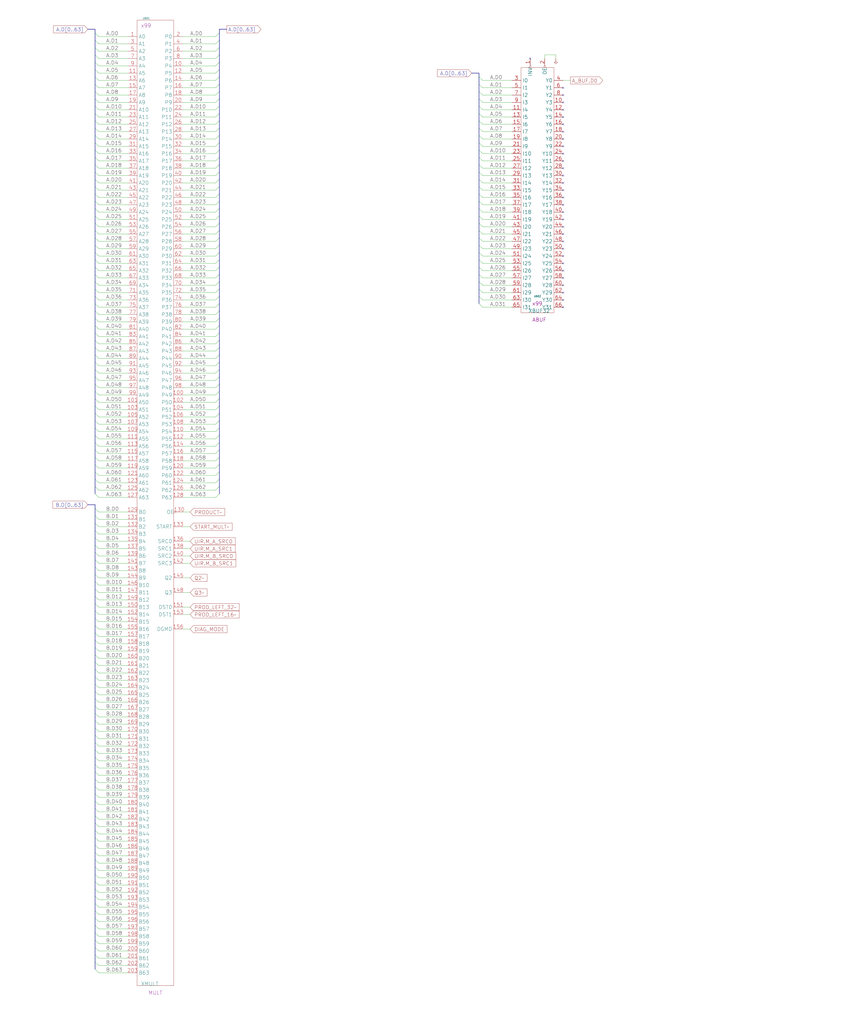
<source format=kicad_sch>
(kicad_sch (version 20230121) (generator eeschema)
  (paper "User" 584.2 711.2)
  (title_block (title "MULTIPLIER A INPUT LATCH") (date "22-MAR-90") (rev "1.0") (comment 1 "VALUE") (comment 2 "232-003063") (comment 3 "S400") (comment 4 "RELEASED"))
  (no_connect (at 391.16 187.96))
  (no_connect (at 391.16 86.36))
  (no_connect (at 391.16 116.84))
  (no_connect (at 391.16 167.64))
  (no_connect (at 391.16 213.36))
  (no_connect (at 391.16 193.04))
  (no_connect (at 391.16 182.88))
  (no_connect (at 391.16 198.12))
  (no_connect (at 391.16 157.48))
  (no_connect (at 391.16 76.2))
  (no_connect (at 391.16 162.56))
  (no_connect (at 391.16 132.08))
  (no_connect (at 391.16 208.28))
  (no_connect (at 391.16 121.92))
  (no_connect (at 391.16 66.04))
  (no_connect (at 391.16 142.24))
  (no_connect (at 391.16 60.96))
  (no_connect (at 391.16 81.28))
  (no_connect (at 391.16 91.44))
  (no_connect (at 391.16 147.32))
  (no_connect (at 391.16 106.68))
  (no_connect (at 368.3 40.64))
  (no_connect (at 391.16 101.6))
  (no_connect (at 391.16 111.76))
  (no_connect (at 391.16 172.72))
  (no_connect (at 391.16 137.16))
  (no_connect (at 391.16 96.52))
  (no_connect (at 391.16 203.2))
  (no_connect (at 391.16 71.12))
  (no_connect (at 391.16 152.4))
  (no_connect (at 391.16 127))
  (no_connect (at 391.16 177.8))
  (bus_entry (at 332.74 93.98) (size 2.54 2.54))
  (bus_entry (at 332.74 114.3) (size 2.54 2.54))
  (bus_entry (at 66.04 368.3) (size 2.54 2.54))
  (bus_entry (at 66.04 596.9) (size 2.54 2.54))
  (bus_entry (at 66.04 175.26) (size 2.54 2.54))
  (bus_entry (at 66.04 449.58) (size 2.54 2.54))
  (bus_entry (at 152.4 185.42) (size -2.54 2.54))
  (bus_entry (at 152.4 99.06) (size -2.54 2.54))
  (bus_entry (at 66.04 464.82) (size 2.54 2.54))
  (bus_entry (at 332.74 53.34) (size 2.54 2.54))
  (bus_entry (at 66.04 541.02) (size 2.54 2.54))
  (bus_entry (at 66.04 444.5) (size 2.54 2.54))
  (bus_entry (at 152.4 271.78) (size -2.54 2.54))
  (bus_entry (at 332.74 134.62) (size 2.54 2.54))
  (bus_entry (at 66.04 566.42) (size 2.54 2.54))
  (bus_entry (at 332.74 119.38) (size 2.54 2.54))
  (bus_entry (at 66.04 99.06) (size 2.54 2.54))
  (bus_entry (at 152.4 73.66) (size -2.54 2.54))
  (bus_entry (at 66.04 276.86) (size 2.54 2.54))
  (bus_entry (at 66.04 261.62) (size 2.54 2.54))
  (bus_entry (at 152.4 246.38) (size -2.54 2.54))
  (bus_entry (at 66.04 373.38) (size 2.54 2.54))
  (bus_entry (at 66.04 312.42) (size 2.54 2.54))
  (bus_entry (at 66.04 307.34) (size 2.54 2.54))
  (bus_entry (at 66.04 180.34) (size 2.54 2.54))
  (bus_entry (at 152.4 205.74) (size -2.54 2.54))
  (bus_entry (at 66.04 414.02) (size 2.54 2.54))
  (bus_entry (at 152.4 63.5) (size -2.54 2.54))
  (bus_entry (at 66.04 236.22) (size 2.54 2.54))
  (bus_entry (at 66.04 408.94) (size 2.54 2.54))
  (bus_entry (at 332.74 104.14) (size 2.54 2.54))
  (bus_entry (at 152.4 251.46) (size -2.54 2.54))
  (bus_entry (at 152.4 312.42) (size -2.54 2.54))
  (bus_entry (at 332.74 165.1) (size 2.54 2.54))
  (bus_entry (at 152.4 160.02) (size -2.54 2.54))
  (bus_entry (at 332.74 124.46) (size 2.54 2.54))
  (bus_entry (at 66.04 317.5) (size 2.54 2.54))
  (bus_entry (at 66.04 119.38) (size 2.54 2.54))
  (bus_entry (at 66.04 515.62) (size 2.54 2.54))
  (bus_entry (at 66.04 195.58) (size 2.54 2.54))
  (bus_entry (at 66.04 642.62) (size 2.54 2.54))
  (bus_entry (at 66.04 591.82) (size 2.54 2.54))
  (bus_entry (at 66.04 576.58) (size 2.54 2.54))
  (bus_entry (at 152.4 215.9) (size -2.54 2.54))
  (bus_entry (at 66.04 109.22) (size 2.54 2.54))
  (bus_entry (at 66.04 500.38) (size 2.54 2.54))
  (bus_entry (at 152.4 68.58) (size -2.54 2.54))
  (bus_entry (at 332.74 83.82) (size 2.54 2.54))
  (bus_entry (at 152.4 297.18) (size -2.54 2.54))
  (bus_entry (at 152.4 78.74) (size -2.54 2.54))
  (bus_entry (at 66.04 353.06) (size 2.54 2.54))
  (bus_entry (at 66.04 556.26) (size 2.54 2.54))
  (bus_entry (at 332.74 68.58) (size 2.54 2.54))
  (bus_entry (at 66.04 612.14) (size 2.54 2.54))
  (bus_entry (at 332.74 160.02) (size 2.54 2.54))
  (bus_entry (at 66.04 485.14) (size 2.54 2.54))
  (bus_entry (at 66.04 530.86) (size 2.54 2.54))
  (bus_entry (at 66.04 546.1) (size 2.54 2.54))
  (bus_entry (at 152.4 307.34) (size -2.54 2.54))
  (bus_entry (at 332.74 180.34) (size 2.54 2.54))
  (bus_entry (at 66.04 83.82) (size 2.54 2.54))
  (bus_entry (at 66.04 93.98) (size 2.54 2.54))
  (bus_entry (at 66.04 256.54) (size 2.54 2.54))
  (bus_entry (at 66.04 251.46) (size 2.54 2.54))
  (bus_entry (at 332.74 200.66) (size 2.54 2.54))
  (bus_entry (at 152.4 342.9) (size -2.54 2.54))
  (bus_entry (at 66.04 129.54) (size 2.54 2.54))
  (bus_entry (at 152.4 332.74) (size -2.54 2.54))
  (bus_entry (at 66.04 38.1) (size 2.54 2.54))
  (bus_entry (at 66.04 429.26) (size 2.54 2.54))
  (bus_entry (at 152.4 200.66) (size -2.54 2.54))
  (bus_entry (at 332.74 78.74) (size 2.54 2.54))
  (bus_entry (at 152.4 124.46) (size -2.54 2.54))
  (bus_entry (at 152.4 83.82) (size -2.54 2.54))
  (bus_entry (at 66.04 607.06) (size 2.54 2.54))
  (bus_entry (at 152.4 154.94) (size -2.54 2.54))
  (bus_entry (at 66.04 378.46) (size 2.54 2.54))
  (bus_entry (at 332.74 58.42) (size 2.54 2.54))
  (bus_entry (at 152.4 48.26) (size -2.54 2.54))
  (bus_entry (at 66.04 652.78) (size 2.54 2.54))
  (bus_entry (at 152.4 281.94) (size -2.54 2.54))
  (bus_entry (at 332.74 175.26) (size 2.54 2.54))
  (bus_entry (at 66.04 535.94) (size 2.54 2.54))
  (bus_entry (at 332.74 185.42) (size 2.54 2.54))
  (bus_entry (at 66.04 419.1) (size 2.54 2.54))
  (bus_entry (at 66.04 469.9) (size 2.54 2.54))
  (bus_entry (at 152.4 88.9) (size -2.54 2.54))
  (bus_entry (at 66.04 134.62) (size 2.54 2.54))
  (bus_entry (at 66.04 393.7) (size 2.54 2.54))
  (bus_entry (at 66.04 510.54) (size 2.54 2.54))
  (bus_entry (at 66.04 627.38) (size 2.54 2.54))
  (bus_entry (at 66.04 297.18) (size 2.54 2.54))
  (bus_entry (at 332.74 88.9) (size 2.54 2.54))
  (bus_entry (at 66.04 33.02) (size 2.54 2.54))
  (bus_entry (at 332.74 73.66) (size 2.54 2.54))
  (bus_entry (at 66.04 474.98) (size 2.54 2.54))
  (bus_entry (at 66.04 322.58) (size 2.54 2.54))
  (bus_entry (at 152.4 337.82) (size -2.54 2.54))
  (bus_entry (at 66.04 144.78) (size 2.54 2.54))
  (bus_entry (at 332.74 139.7) (size 2.54 2.54))
  (bus_entry (at 152.4 292.1) (size -2.54 2.54))
  (bus_entry (at 332.74 154.94) (size 2.54 2.54))
  (bus_entry (at 66.04 439.42) (size 2.54 2.54))
  (bus_entry (at 152.4 33.02) (size -2.54 2.54))
  (bus_entry (at 66.04 73.66) (size 2.54 2.54))
  (bus_entry (at 152.4 38.1) (size -2.54 2.54))
  (bus_entry (at 66.04 139.7) (size 2.54 2.54))
  (bus_entry (at 66.04 632.46) (size 2.54 2.54))
  (bus_entry (at 66.04 88.9) (size 2.54 2.54))
  (bus_entry (at 66.04 434.34) (size 2.54 2.54))
  (bus_entry (at 66.04 165.1) (size 2.54 2.54))
  (bus_entry (at 66.04 480.06) (size 2.54 2.54))
  (bus_entry (at 152.4 322.58) (size -2.54 2.54))
  (bus_entry (at 66.04 668.02) (size 2.54 2.54))
  (bus_entry (at 66.04 520.7) (size 2.54 2.54))
  (bus_entry (at 152.4 129.54) (size -2.54 2.54))
  (bus_entry (at 66.04 63.5) (size 2.54 2.54))
  (bus_entry (at 66.04 215.9) (size 2.54 2.54))
  (bus_entry (at 152.4 327.66) (size -2.54 2.54))
  (bus_entry (at 66.04 266.7) (size 2.54 2.54))
  (bus_entry (at 152.4 226.06) (size -2.54 2.54))
  (bus_entry (at 66.04 154.94) (size 2.54 2.54))
  (bus_entry (at 66.04 342.9) (size 2.54 2.54))
  (bus_entry (at 152.4 266.7) (size -2.54 2.54))
  (bus_entry (at 66.04 490.22) (size 2.54 2.54))
  (bus_entry (at 152.4 210.82) (size -2.54 2.54))
  (bus_entry (at 66.04 337.82) (size 2.54 2.54))
  (bus_entry (at 66.04 58.42) (size 2.54 2.54))
  (bus_entry (at 66.04 231.14) (size 2.54 2.54))
  (bus_entry (at 66.04 495.3) (size 2.54 2.54))
  (bus_entry (at 66.04 398.78) (size 2.54 2.54))
  (bus_entry (at 332.74 190.5) (size 2.54 2.54))
  (bus_entry (at 66.04 104.14) (size 2.54 2.54))
  (bus_entry (at 152.4 27.94) (size -2.54 2.54))
  (bus_entry (at 152.4 175.26) (size -2.54 2.54))
  (bus_entry (at 66.04 363.22) (size 2.54 2.54))
  (bus_entry (at 66.04 281.94) (size 2.54 2.54))
  (bus_entry (at 152.4 220.98) (size -2.54 2.54))
  (bus_entry (at 152.4 302.26) (size -2.54 2.54))
  (bus_entry (at 332.74 109.22) (size 2.54 2.54))
  (bus_entry (at 66.04 68.58) (size 2.54 2.54))
  (bus_entry (at 332.74 63.5) (size 2.54 2.54))
  (bus_entry (at 152.4 195.58) (size -2.54 2.54))
  (bus_entry (at 66.04 637.54) (size 2.54 2.54))
  (bus_entry (at 152.4 139.7) (size -2.54 2.54))
  (bus_entry (at 66.04 571.5) (size 2.54 2.54))
  (bus_entry (at 152.4 144.78) (size -2.54 2.54))
  (bus_entry (at 152.4 190.5) (size -2.54 2.54))
  (bus_entry (at 66.04 149.86) (size 2.54 2.54))
  (bus_entry (at 66.04 292.1) (size 2.54 2.54))
  (bus_entry (at 66.04 551.18) (size 2.54 2.54))
  (bus_entry (at 66.04 586.74) (size 2.54 2.54))
  (bus_entry (at 66.04 403.86) (size 2.54 2.54))
  (bus_entry (at 152.4 241.3) (size -2.54 2.54))
  (bus_entry (at 66.04 454.66) (size 2.54 2.54))
  (bus_entry (at 332.74 205.74) (size 2.54 2.54))
  (bus_entry (at 66.04 246.38) (size 2.54 2.54))
  (bus_entry (at 66.04 383.54) (size 2.54 2.54))
  (bus_entry (at 66.04 205.74) (size 2.54 2.54))
  (bus_entry (at 66.04 43.18) (size 2.54 2.54))
  (bus_entry (at 332.74 210.82) (size 2.54 2.54))
  (bus_entry (at 152.4 22.86) (size -2.54 2.54))
  (bus_entry (at 152.4 231.14) (size -2.54 2.54))
  (bus_entry (at 66.04 210.82) (size 2.54 2.54))
  (bus_entry (at 332.74 144.78) (size 2.54 2.54))
  (bus_entry (at 66.04 657.86) (size 2.54 2.54))
  (bus_entry (at 66.04 673.1) (size 2.54 2.54))
  (bus_entry (at 66.04 302.26) (size 2.54 2.54))
  (bus_entry (at 152.4 119.38) (size -2.54 2.54))
  (bus_entry (at 66.04 622.3) (size 2.54 2.54))
  (bus_entry (at 66.04 200.66) (size 2.54 2.54))
  (bus_entry (at 152.4 58.42) (size -2.54 2.54))
  (bus_entry (at 152.4 170.18) (size -2.54 2.54))
  (bus_entry (at 152.4 114.3) (size -2.54 2.54))
  (bus_entry (at 152.4 276.86) (size -2.54 2.54))
  (bus_entry (at 152.4 149.86) (size -2.54 2.54))
  (bus_entry (at 152.4 109.22) (size -2.54 2.54))
  (bus_entry (at 66.04 53.34) (size 2.54 2.54))
  (bus_entry (at 152.4 104.14) (size -2.54 2.54))
  (bus_entry (at 66.04 617.22) (size 2.54 2.54))
  (bus_entry (at 66.04 226.06) (size 2.54 2.54))
  (bus_entry (at 66.04 505.46) (size 2.54 2.54))
  (bus_entry (at 66.04 459.74) (size 2.54 2.54))
  (bus_entry (at 66.04 124.46) (size 2.54 2.54))
  (bus_entry (at 66.04 358.14) (size 2.54 2.54))
  (bus_entry (at 152.4 165.1) (size -2.54 2.54))
  (bus_entry (at 66.04 78.74) (size 2.54 2.54))
  (bus_entry (at 152.4 287.02) (size -2.54 2.54))
  (bus_entry (at 152.4 261.62) (size -2.54 2.54))
  (bus_entry (at 152.4 134.62) (size -2.54 2.54))
  (bus_entry (at 66.04 525.78) (size 2.54 2.54))
  (bus_entry (at 66.04 185.42) (size 2.54 2.54))
  (bus_entry (at 66.04 601.98) (size 2.54 2.54))
  (bus_entry (at 66.04 241.3) (size 2.54 2.54))
  (bus_entry (at 66.04 220.98) (size 2.54 2.54))
  (bus_entry (at 152.4 317.5) (size -2.54 2.54))
  (bus_entry (at 332.74 149.86) (size 2.54 2.54))
  (bus_entry (at 66.04 388.62) (size 2.54 2.54))
  (bus_entry (at 66.04 424.18) (size 2.54 2.54))
  (bus_entry (at 66.04 327.66) (size 2.54 2.54))
  (bus_entry (at 66.04 647.7) (size 2.54 2.54))
  (bus_entry (at 66.04 27.94) (size 2.54 2.54))
  (bus_entry (at 66.04 160.02) (size 2.54 2.54))
  (bus_entry (at 66.04 170.18) (size 2.54 2.54))
  (bus_entry (at 66.04 662.94) (size 2.54 2.54))
  (bus_entry (at 332.74 99.06) (size 2.54 2.54))
  (bus_entry (at 66.04 561.34) (size 2.54 2.54))
  (bus_entry (at 66.04 271.78) (size 2.54 2.54))
  (bus_entry (at 66.04 190.5) (size 2.54 2.54))
  (bus_entry (at 332.74 195.58) (size 2.54 2.54))
  (bus_entry (at 152.4 43.18) (size -2.54 2.54))
  (bus_entry (at 152.4 180.34) (size -2.54 2.54))
  (bus_entry (at 152.4 236.22) (size -2.54 2.54))
  (bus_entry (at 152.4 93.98) (size -2.54 2.54))
  (bus_entry (at 66.04 287.02) (size 2.54 2.54))
  (bus_entry (at 66.04 114.3) (size 2.54 2.54))
  (bus_entry (at 332.74 170.18) (size 2.54 2.54))
  (bus_entry (at 66.04 22.86) (size 2.54 2.54))
  (bus_entry (at 66.04 48.26) (size 2.54 2.54))
  (bus_entry (at 66.04 581.66) (size 2.54 2.54))
  (bus_entry (at 152.4 53.34) (size -2.54 2.54))
  (bus_entry (at 332.74 129.54) (size 2.54 2.54))
  (bus_entry (at 152.4 256.54) (size -2.54 2.54))
  (bus_entry (at 66.04 332.74) (size 2.54 2.54))
  (wire (pts (xy 68.58 381) (xy 88.9 381)))
  (wire (pts (xy 127 411.48) (xy 132.08 411.48)))
  (bus (pts (xy 66.04 596.9) (xy 66.04 601.98)))
  (wire (pts (xy 68.58 111.76) (xy 88.9 111.76)))
  (bus (pts (xy 66.04 419.1) (xy 66.04 424.18)))
  (wire (pts (xy 68.58 421.64) (xy 88.9 421.64)))
  (bus (pts (xy 152.4 119.38) (xy 152.4 124.46)))
  (bus (pts (xy 152.4 149.86) (xy 152.4 154.94)))
  (wire (pts (xy 68.58 304.8) (xy 88.9 304.8)))
  (bus (pts (xy 152.4 73.66) (xy 152.4 78.74)))
  (bus (pts (xy 66.04 276.86) (xy 66.04 281.94)))
  (wire (pts (xy 335.28 66.04) (xy 355.6 66.04)))
  (bus (pts (xy 152.4 165.1) (xy 152.4 170.18)))
  (bus (pts (xy 332.74 165.1) (xy 332.74 170.18)))
  (wire (pts (xy 68.58 670.56) (xy 88.9 670.56)))
  (bus (pts (xy 66.04 662.94) (xy 66.04 668.02)))
  (wire (pts (xy 127 335.28) (xy 149.86 335.28)))
  (wire (pts (xy 68.58 325.12) (xy 88.9 325.12)))
  (wire (pts (xy 68.58 127) (xy 88.9 127)))
  (wire (pts (xy 335.28 203.2) (xy 355.6 203.2)))
  (wire (pts (xy 68.58 568.96) (xy 88.9 568.96)))
  (bus (pts (xy 152.4 27.94) (xy 152.4 33.02)))
  (bus (pts (xy 66.04 312.42) (xy 66.04 317.5)))
  (bus (pts (xy 66.04 601.98) (xy 66.04 607.06)))
  (wire (pts (xy 68.58 116.84) (xy 88.9 116.84)))
  (wire (pts (xy 68.58 269.24) (xy 88.9 269.24)))
  (bus (pts (xy 66.04 53.34) (xy 66.04 58.42)))
  (wire (pts (xy 391.16 55.88) (xy 396.24 55.88)))
  (wire (pts (xy 68.58 162.56) (xy 88.9 162.56)))
  (bus (pts (xy 332.74 195.58) (xy 332.74 200.66)))
  (bus (pts (xy 66.04 281.94) (xy 66.04 287.02)))
  (wire (pts (xy 68.58 132.08) (xy 88.9 132.08)))
  (wire (pts (xy 68.58 660.4) (xy 88.9 660.4)))
  (bus (pts (xy 332.74 180.34) (xy 332.74 185.42)))
  (bus (pts (xy 66.04 515.62) (xy 66.04 520.7)))
  (bus (pts (xy 66.04 647.7) (xy 66.04 652.78)))
  (wire (pts (xy 68.58 142.24) (xy 88.9 142.24)))
  (wire (pts (xy 127 345.44) (xy 149.86 345.44)))
  (bus (pts (xy 66.04 68.58) (xy 66.04 73.66)))
  (wire (pts (xy 127 71.12) (xy 149.86 71.12)))
  (wire (pts (xy 127 137.16) (xy 149.86 137.16)))
  (bus (pts (xy 332.74 190.5) (xy 332.74 195.58)))
  (wire (pts (xy 127 294.64) (xy 149.86 294.64)))
  (wire (pts (xy 335.28 147.32) (xy 355.6 147.32)))
  (bus (pts (xy 66.04 104.14) (xy 66.04 99.06)))
  (bus (pts (xy 66.04 22.86) (xy 66.04 20.32)))
  (bus (pts (xy 332.74 93.98) (xy 332.74 99.06)))
  (bus (pts (xy 152.4 266.7) (xy 152.4 271.78)))
  (wire (pts (xy 68.58 289.56) (xy 88.9 289.56)))
  (bus (pts (xy 152.4 160.02) (xy 152.4 165.1)))
  (bus (pts (xy 332.74 83.82) (xy 332.74 88.9)))
  (wire (pts (xy 127 228.6) (xy 149.86 228.6)))
  (bus (pts (xy 332.74 185.42) (xy 332.74 190.5)))
  (wire (pts (xy 127 223.52) (xy 149.86 223.52)))
  (bus (pts (xy 66.04 408.94) (xy 66.04 414.02)))
  (wire (pts (xy 127 111.76) (xy 149.86 111.76)))
  (bus (pts (xy 332.74 73.66) (xy 332.74 78.74)))
  (wire (pts (xy 68.58 137.16) (xy 88.9 137.16)))
  (wire (pts (xy 68.58 396.24) (xy 88.9 396.24)))
  (bus (pts (xy 152.4 322.58) (xy 152.4 327.66)))
  (wire (pts (xy 335.28 177.8) (xy 355.6 177.8)))
  (bus (pts (xy 66.04 480.06) (xy 66.04 485.14)))
  (wire (pts (xy 335.28 142.24) (xy 355.6 142.24)))
  (wire (pts (xy 68.58 314.96) (xy 88.9 314.96)))
  (wire (pts (xy 127 172.72) (xy 149.86 172.72)))
  (wire (pts (xy 68.58 284.48) (xy 88.9 284.48)))
  (bus (pts (xy 152.4 307.34) (xy 152.4 312.42)))
  (bus (pts (xy 152.4 99.06) (xy 152.4 104.14)))
  (bus (pts (xy 66.04 434.34) (xy 66.04 439.42)))
  (wire (pts (xy 127 299.72) (xy 149.86 299.72)))
  (wire (pts (xy 127 76.2) (xy 149.86 76.2)))
  (wire (pts (xy 127 177.8) (xy 149.86 177.8)))
  (wire (pts (xy 127 233.68) (xy 149.86 233.68)))
  (wire (pts (xy 335.28 167.64) (xy 355.6 167.64)))
  (bus (pts (xy 152.4 83.82) (xy 152.4 88.9)))
  (bus (pts (xy 66.04 622.3) (xy 66.04 627.38)))
  (bus (pts (xy 152.4 68.58) (xy 152.4 73.66)))
  (bus (pts (xy 152.4 63.5) (xy 152.4 68.58)))
  (wire (pts (xy 68.58 45.72) (xy 88.9 45.72)))
  (wire (pts (xy 127 421.64) (xy 132.08 421.64)))
  (wire (pts (xy 68.58 208.28) (xy 88.9 208.28)))
  (bus (pts (xy 152.4 332.74) (xy 152.4 337.82)))
  (wire (pts (xy 68.58 30.48) (xy 88.9 30.48)))
  (bus (pts (xy 152.4 210.82) (xy 152.4 215.9)))
  (wire (pts (xy 68.58 457.2) (xy 88.9 457.2)))
  (wire (pts (xy 335.28 187.96) (xy 355.6 187.96)))
  (wire (pts (xy 127 106.68) (xy 149.86 106.68)))
  (wire (pts (xy 68.58 548.64) (xy 88.9 548.64)))
  (bus (pts (xy 66.04 627.38) (xy 66.04 632.46)))
  (bus (pts (xy 152.4 297.18) (xy 152.4 302.26)))
  (wire (pts (xy 127 284.48) (xy 149.86 284.48)))
  (bus (pts (xy 66.04 20.32) (xy 60.96 20.32)))
  (wire (pts (xy 127 330.2) (xy 149.86 330.2)))
  (wire (pts (xy 68.58 462.28) (xy 88.9 462.28)))
  (wire (pts (xy 68.58 172.72) (xy 88.9 172.72)))
  (bus (pts (xy 332.74 175.26) (xy 332.74 180.34)))
  (bus (pts (xy 152.4 124.46) (xy 152.4 129.54)))
  (wire (pts (xy 127 340.36) (xy 149.86 340.36)))
  (wire (pts (xy 68.58 66.04) (xy 88.9 66.04)))
  (wire (pts (xy 68.58 401.32) (xy 88.9 401.32)))
  (wire (pts (xy 68.58 198.12) (xy 88.9 198.12)))
  (bus (pts (xy 66.04 302.26) (xy 66.04 307.34)))
  (wire (pts (xy 127 274.32) (xy 149.86 274.32)))
  (wire (pts (xy 68.58 279.4) (xy 88.9 279.4)))
  (bus (pts (xy 152.4 337.82) (xy 152.4 342.9)))
  (bus (pts (xy 332.74 210.82) (xy 332.74 205.74)))
  (bus (pts (xy 66.04 632.46) (xy 66.04 637.54)))
  (bus (pts (xy 332.74 144.78) (xy 332.74 149.86)))
  (bus (pts (xy 152.4 236.22) (xy 152.4 241.3)))
  (bus (pts (xy 332.74 63.5) (xy 332.74 58.42)))
  (bus (pts (xy 66.04 327.66) (xy 66.04 332.74)))
  (wire (pts (xy 68.58 441.96) (xy 88.9 441.96)))
  (bus (pts (xy 66.04 642.62) (xy 66.04 647.7)))
  (bus (pts (xy 332.74 53.34) (xy 332.74 50.8)))
  (bus (pts (xy 66.04 591.82) (xy 66.04 596.9)))
  (bus (pts (xy 66.04 205.74) (xy 66.04 210.82)))
  (bus (pts (xy 66.04 378.46) (xy 66.04 383.54)))
  (wire (pts (xy 68.58 594.36) (xy 88.9 594.36)))
  (bus (pts (xy 332.74 53.34) (xy 332.74 58.42)))
  (bus (pts (xy 66.04 495.3) (xy 66.04 500.38)))
  (wire (pts (xy 127 213.36) (xy 149.86 213.36)))
  (wire (pts (xy 378.46 38.1) (xy 378.46 40.64)))
  (bus (pts (xy 66.04 292.1) (xy 66.04 297.18)))
  (wire (pts (xy 127 248.92) (xy 149.86 248.92)))
  (wire (pts (xy 127 167.64) (xy 149.86 167.64)))
  (bus (pts (xy 66.04 43.18) (xy 66.04 48.26)))
  (bus (pts (xy 152.4 261.62) (xy 152.4 266.7)))
  (wire (pts (xy 127 35.56) (xy 149.86 35.56)))
  (wire (pts (xy 68.58 259.08) (xy 88.9 259.08)))
  (bus (pts (xy 66.04 561.34) (xy 66.04 566.42)))
  (bus (pts (xy 66.04 459.74) (xy 66.04 464.82)))
  (bus (pts (xy 152.4 185.42) (xy 152.4 190.5)))
  (wire (pts (xy 386.08 38.1) (xy 378.46 38.1)))
  (wire (pts (xy 68.58 436.88) (xy 88.9 436.88)))
  (wire (pts (xy 68.58 193.04) (xy 88.9 193.04)))
  (wire (pts (xy 68.58 447.04) (xy 88.9 447.04)))
  (bus (pts (xy 332.74 68.58) (xy 332.74 73.66)))
  (bus (pts (xy 66.04 393.7) (xy 66.04 398.78)))
  (bus (pts (xy 66.04 139.7) (xy 66.04 144.78)))
  (wire (pts (xy 68.58 203.2) (xy 88.9 203.2)))
  (bus (pts (xy 66.04 33.02) (xy 66.04 27.94)))
  (wire (pts (xy 68.58 513.08) (xy 88.9 513.08)))
  (wire (pts (xy 68.58 228.6) (xy 88.9 228.6)))
  (bus (pts (xy 66.04 388.62) (xy 66.04 393.7)))
  (wire (pts (xy 68.58 543.56) (xy 88.9 543.56)))
  (wire (pts (xy 127 289.56) (xy 149.86 289.56)))
  (wire (pts (xy 68.58 553.72) (xy 88.9 553.72)))
  (wire (pts (xy 127 116.84) (xy 149.86 116.84)))
  (bus (pts (xy 152.4 129.54) (xy 152.4 134.62)))
  (wire (pts (xy 335.28 96.52) (xy 355.6 96.52)))
  (wire (pts (xy 127 259.08) (xy 149.86 259.08)))
  (wire (pts (xy 335.28 172.72) (xy 355.6 172.72)))
  (wire (pts (xy 68.58 345.44) (xy 88.9 345.44)))
  (wire (pts (xy 68.58 274.32) (xy 88.9 274.32)))
  (wire (pts (xy 68.58 86.36) (xy 88.9 86.36)))
  (bus (pts (xy 152.4 170.18) (xy 152.4 175.26)))
  (bus (pts (xy 66.04 500.38) (xy 66.04 505.46)))
  (wire (pts (xy 335.28 55.88) (xy 355.6 55.88)))
  (wire (pts (xy 127 30.48) (xy 149.86 30.48)))
  (wire (pts (xy 335.28 193.04) (xy 355.6 193.04)))
  (bus (pts (xy 66.04 251.46) (xy 66.04 256.54)))
  (bus (pts (xy 152.4 139.7) (xy 152.4 144.78)))
  (wire (pts (xy 127 375.92) (xy 132.08 375.92)))
  (wire (pts (xy 68.58 335.28) (xy 88.9 335.28)))
  (bus (pts (xy 66.04 160.02) (xy 66.04 165.1)))
  (wire (pts (xy 68.58 452.12) (xy 88.9 452.12)))
  (bus (pts (xy 152.4 195.58) (xy 152.4 200.66)))
  (wire (pts (xy 68.58 477.52) (xy 88.9 477.52)))
  (bus (pts (xy 66.04 241.3) (xy 66.04 246.38)))
  (wire (pts (xy 68.58 426.72) (xy 88.9 426.72)))
  (bus (pts (xy 66.04 170.18) (xy 66.04 175.26)))
  (bus (pts (xy 152.4 220.98) (xy 152.4 226.06)))
  (bus (pts (xy 66.04 350.52) (xy 66.04 353.06)))
  (wire (pts (xy 127 91.44) (xy 149.86 91.44)))
  (bus (pts (xy 66.04 83.82) (xy 66.04 88.9)))
  (wire (pts (xy 68.58 299.72) (xy 88.9 299.72)))
  (bus (pts (xy 332.74 134.62) (xy 332.74 139.7)))
  (wire (pts (xy 127 320.04) (xy 149.86 320.04)))
  (bus (pts (xy 66.04 414.02) (xy 66.04 419.1)))
  (wire (pts (xy 127 132.08) (xy 149.86 132.08)))
  (bus (pts (xy 66.04 469.9) (xy 66.04 474.98)))
  (wire (pts (xy 68.58 431.8) (xy 88.9 431.8)))
  (bus (pts (xy 332.74 50.8) (xy 327.66 50.8)))
  (wire (pts (xy 68.58 538.48) (xy 88.9 538.48)))
  (wire (pts (xy 127 55.88) (xy 149.86 55.88)))
  (wire (pts (xy 68.58 604.52) (xy 88.9 604.52)))
  (bus (pts (xy 152.4 276.86) (xy 152.4 281.94)))
  (bus (pts (xy 66.04 617.22) (xy 66.04 622.3)))
  (bus (pts (xy 66.04 231.14) (xy 66.04 236.22)))
  (bus (pts (xy 152.4 292.1) (xy 152.4 297.18)))
  (bus (pts (xy 152.4 104.14) (xy 152.4 109.22)))
  (wire (pts (xy 68.58 40.64) (xy 88.9 40.64)))
  (bus (pts (xy 66.04 464.82) (xy 66.04 469.9)))
  (wire (pts (xy 127 381) (xy 132.08 381)))
  (bus (pts (xy 152.4 48.26) (xy 152.4 53.34)))
  (wire (pts (xy 335.28 208.28) (xy 355.6 208.28)))
  (bus (pts (xy 66.04 226.06) (xy 66.04 231.14)))
  (wire (pts (xy 68.58 472.44) (xy 88.9 472.44)))
  (bus (pts (xy 66.04 271.78) (xy 66.04 276.86)))
  (bus (pts (xy 152.4 226.06) (xy 152.4 231.14)))
  (wire (pts (xy 68.58 218.44) (xy 88.9 218.44)))
  (wire (pts (xy 68.58 233.68) (xy 88.9 233.68)))
  (bus (pts (xy 332.74 78.74) (xy 332.74 83.82)))
  (wire (pts (xy 68.58 391.16) (xy 88.9 391.16)))
  (wire (pts (xy 68.58 294.64) (xy 88.9 294.64)))
  (wire (pts (xy 68.58 147.32) (xy 88.9 147.32)))
  (wire (pts (xy 68.58 645.16) (xy 88.9 645.16)))
  (bus (pts (xy 66.04 180.34) (xy 66.04 175.26)))
  (wire (pts (xy 335.28 91.44) (xy 355.6 91.44)))
  (bus (pts (xy 66.04 104.14) (xy 66.04 109.22)))
  (wire (pts (xy 127 50.8) (xy 149.86 50.8)))
  (wire (pts (xy 68.58 91.44) (xy 88.9 91.44)))
  (bus (pts (xy 66.04 22.86) (xy 66.04 27.94)))
  (wire (pts (xy 68.58 492.76) (xy 88.9 492.76)))
  (bus (pts (xy 66.04 637.54) (xy 66.04 642.62)))
  (bus (pts (xy 66.04 358.14) (xy 66.04 363.22)))
  (bus (pts (xy 152.4 215.9) (xy 152.4 220.98)))
  (wire (pts (xy 68.58 650.24) (xy 88.9 650.24)))
  (wire (pts (xy 68.58 609.6) (xy 88.9 609.6)))
  (wire (pts (xy 68.58 508) (xy 88.9 508)))
  (wire (pts (xy 68.58 60.96) (xy 88.9 60.96)))
  (bus (pts (xy 152.4 312.42) (xy 152.4 317.5)))
  (wire (pts (xy 68.58 675.64) (xy 88.9 675.64)))
  (bus (pts (xy 66.04 403.86) (xy 66.04 408.94)))
  (bus (pts (xy 66.04 510.54) (xy 66.04 515.62)))
  (wire (pts (xy 68.58 665.48) (xy 88.9 665.48)))
  (wire (pts (xy 68.58 497.84) (xy 88.9 497.84)))
  (wire (pts (xy 127 25.4) (xy 149.86 25.4)))
  (wire (pts (xy 335.28 76.2) (xy 355.6 76.2)))
  (bus (pts (xy 332.74 119.38) (xy 332.74 124.46)))
  (wire (pts (xy 127 66.04) (xy 149.86 66.04)))
  (wire (pts (xy 68.58 386.08) (xy 88.9 386.08)))
  (wire (pts (xy 127 96.52) (xy 149.86 96.52)))
  (bus (pts (xy 152.4 114.3) (xy 152.4 119.38)))
  (wire (pts (xy 127 304.8) (xy 149.86 304.8)))
  (bus (pts (xy 152.4 134.62) (xy 152.4 139.7)))
  (bus (pts (xy 66.04 439.42) (xy 66.04 444.5)))
  (bus (pts (xy 60.96 350.52) (xy 66.04 350.52)))
  (wire (pts (xy 68.58 167.64) (xy 88.9 167.64)))
  (bus (pts (xy 152.4 302.26) (xy 152.4 307.34)))
  (wire (pts (xy 68.58 71.12) (xy 88.9 71.12)))
  (wire (pts (xy 335.28 121.92) (xy 355.6 121.92)))
  (wire (pts (xy 68.58 355.6) (xy 88.9 355.6)))
  (wire (pts (xy 335.28 157.48) (xy 355.6 157.48)))
  (bus (pts (xy 152.4 246.38) (xy 152.4 251.46)))
  (wire (pts (xy 127 269.24) (xy 149.86 269.24)))
  (bus (pts (xy 152.4 93.98) (xy 152.4 99.06)))
  (wire (pts (xy 127 401.32) (xy 132.08 401.32)))
  (bus (pts (xy 66.04 556.26) (xy 66.04 561.34)))
  (wire (pts (xy 127 81.28) (xy 149.86 81.28)))
  (bus (pts (xy 152.4 180.34) (xy 152.4 185.42)))
  (wire (pts (xy 335.28 127) (xy 355.6 127)))
  (wire (pts (xy 68.58 574.04) (xy 88.9 574.04)))
  (bus (pts (xy 66.04 373.38) (xy 66.04 378.46)))
  (wire (pts (xy 127 208.28) (xy 149.86 208.28)))
  (wire (pts (xy 127 152.4) (xy 149.86 152.4)))
  (bus (pts (xy 152.4 88.9) (xy 152.4 93.98)))
  (bus (pts (xy 66.04 474.98) (xy 66.04 480.06)))
  (bus (pts (xy 152.4 38.1) (xy 152.4 43.18)))
  (bus (pts (xy 66.04 88.9) (xy 66.04 93.98)))
  (wire (pts (xy 127 391.16) (xy 132.08 391.16)))
  (bus (pts (xy 332.74 63.5) (xy 332.74 68.58)))
  (bus (pts (xy 152.4 271.78) (xy 152.4 276.86)))
  (wire (pts (xy 127 193.04) (xy 149.86 193.04)))
  (bus (pts (xy 66.04 337.82) (xy 66.04 342.9)))
  (bus (pts (xy 152.4 327.66) (xy 152.4 332.74)))
  (bus (pts (xy 66.04 429.26) (xy 66.04 434.34)))
  (bus (pts (xy 66.04 551.18) (xy 66.04 556.26)))
  (wire (pts (xy 68.58 629.92) (xy 88.9 629.92)))
  (bus (pts (xy 66.04 134.62) (xy 66.04 139.7)))
  (bus (pts (xy 152.4 317.5) (xy 152.4 322.58)))
  (wire (pts (xy 68.58 223.52) (xy 88.9 223.52)))
  (wire (pts (xy 68.58 584.2) (xy 88.9 584.2)))
  (wire (pts (xy 68.58 96.52) (xy 88.9 96.52)))
  (bus (pts (xy 66.04 220.98) (xy 66.04 215.9)))
  (bus (pts (xy 66.04 63.5) (xy 66.04 68.58)))
  (bus (pts (xy 66.04 383.54) (xy 66.04 388.62)))
  (bus (pts (xy 66.04 530.86) (xy 66.04 535.94)))
  (wire (pts (xy 68.58 558.8) (xy 88.9 558.8)))
  (bus (pts (xy 152.4 20.32) (xy 152.4 22.86)))
  (bus (pts (xy 66.04 398.78) (xy 66.04 403.86)))
  (bus (pts (xy 66.04 48.26) (xy 66.04 53.34)))
  (bus (pts (xy 66.04 576.58) (xy 66.04 581.66)))
  (bus (pts (xy 152.4 22.86) (xy 152.4 27.94)))
  (wire (pts (xy 127 355.6) (xy 132.08 355.6)))
  (wire (pts (xy 68.58 177.8) (xy 88.9 177.8)))
  (wire (pts (xy 68.58 614.68) (xy 88.9 614.68)))
  (bus (pts (xy 66.04 73.66) (xy 66.04 78.74)))
  (bus (pts (xy 66.04 185.42) (xy 66.04 190.5)))
  (wire (pts (xy 68.58 487.68) (xy 88.9 487.68)))
  (bus (pts (xy 152.4 33.02) (xy 152.4 38.1)))
  (bus (pts (xy 66.04 444.5) (xy 66.04 449.58)))
  (bus (pts (xy 66.04 38.1) (xy 66.04 43.18)))
  (bus (pts (xy 66.04 424.18) (xy 66.04 429.26)))
  (bus (pts (xy 66.04 317.5) (xy 66.04 322.58)))
  (wire (pts (xy 68.58 624.84) (xy 88.9 624.84)))
  (wire (pts (xy 68.58 81.28) (xy 88.9 81.28)))
  (wire (pts (xy 68.58 121.92) (xy 88.9 121.92)))
  (wire (pts (xy 68.58 238.76) (xy 88.9 238.76)))
  (bus (pts (xy 66.04 256.54) (xy 66.04 261.62)))
  (bus (pts (xy 152.4 109.22) (xy 152.4 114.3)))
  (bus (pts (xy 332.74 134.62) (xy 332.74 129.54)))
  (bus (pts (xy 66.04 454.66) (xy 66.04 459.74)))
  (bus (pts (xy 332.74 109.22) (xy 332.74 114.3)))
  (wire (pts (xy 68.58 599.44) (xy 88.9 599.44)))
  (wire (pts (xy 68.58 152.4) (xy 88.9 152.4)))
  (wire (pts (xy 127 147.32) (xy 149.86 147.32)))
  (bus (pts (xy 152.4 78.74) (xy 152.4 83.82)))
  (wire (pts (xy 335.28 137.16) (xy 355.6 137.16)))
  (wire (pts (xy 127 218.44) (xy 149.86 218.44)))
  (bus (pts (xy 152.4 58.42) (xy 152.4 63.5)))
  (wire (pts (xy 68.58 248.92) (xy 88.9 248.92)))
  (wire (pts (xy 127 45.72) (xy 149.86 45.72)))
  (bus (pts (xy 66.04 149.86) (xy 66.04 154.94)))
  (bus (pts (xy 332.74 144.78) (xy 332.74 139.7)))
  (wire (pts (xy 68.58 416.56) (xy 88.9 416.56)))
  (wire (pts (xy 127 426.72) (xy 132.08 426.72)))
  (wire (pts (xy 68.58 528.32) (xy 88.9 528.32)))
  (wire (pts (xy 68.58 330.2) (xy 88.9 330.2)))
  (wire (pts (xy 68.58 482.6) (xy 88.9 482.6)))
  (wire (pts (xy 68.58 264.16) (xy 88.9 264.16)))
  (wire (pts (xy 127 436.88) (xy 132.08 436.88)))
  (bus (pts (xy 66.04 332.74) (xy 66.04 337.82)))
  (bus (pts (xy 66.04 119.38) (xy 66.04 124.46)))
  (bus (pts (xy 152.4 43.18) (xy 152.4 48.26)))
  (wire (pts (xy 335.28 116.84) (xy 355.6 116.84)))
  (bus (pts (xy 66.04 353.06) (xy 66.04 358.14)))
  (bus (pts (xy 332.74 170.18) (xy 332.74 175.26)))
  (bus (pts (xy 332.74 99.06) (xy 332.74 104.14)))
  (wire (pts (xy 68.58 502.92) (xy 88.9 502.92)))
  (wire (pts (xy 127 238.76) (xy 149.86 238.76)))
  (bus (pts (xy 66.04 668.02) (xy 66.04 673.1)))
  (bus (pts (xy 66.04 449.58) (xy 66.04 454.66)))
  (wire (pts (xy 335.28 213.36) (xy 355.6 213.36)))
  (bus (pts (xy 66.04 266.7) (xy 66.04 271.78)))
  (bus (pts (xy 66.04 165.1) (xy 66.04 170.18)))
  (bus (pts (xy 66.04 154.94) (xy 66.04 160.02)))
  (bus (pts (xy 66.04 124.46) (xy 66.04 129.54)))
  (wire (pts (xy 127 198.12) (xy 149.86 198.12)))
  (bus (pts (xy 66.04 581.66) (xy 66.04 586.74)))
  (wire (pts (xy 335.28 106.68) (xy 355.6 106.68)))
  (wire (pts (xy 386.08 40.64) (xy 386.08 38.1)))
  (wire (pts (xy 127 121.92) (xy 149.86 121.92)))
  (bus (pts (xy 152.4 154.94) (xy 152.4 160.02)))
  (wire (pts (xy 127 182.88) (xy 149.86 182.88)))
  (wire (pts (xy 68.58 518.16) (xy 88.9 518.16)))
  (bus (pts (xy 66.04 535.94) (xy 66.04 541.02)))
  (wire (pts (xy 68.58 640.08) (xy 88.9 640.08)))
  (bus (pts (xy 66.04 78.74) (xy 66.04 83.82)))
  (bus (pts (xy 152.4 20.32) (xy 157.48 20.32)))
  (bus (pts (xy 66.04 93.98) (xy 66.04 99.06)))
  (bus (pts (xy 66.04 114.3) (xy 66.04 119.38)))
  (wire (pts (xy 335.28 198.12) (xy 355.6 198.12)))
  (bus (pts (xy 152.4 256.54) (xy 152.4 261.62)))
  (bus (pts (xy 152.4 200.66) (xy 152.4 205.74)))
  (wire (pts (xy 127 40.64) (xy 149.86 40.64)))
  (wire (pts (xy 68.58 523.24) (xy 88.9 523.24)))
  (bus (pts (xy 152.4 251.46) (xy 152.4 256.54)))
  (bus (pts (xy 332.74 104.14) (xy 332.74 109.22)))
  (wire (pts (xy 335.28 101.6) (xy 355.6 101.6)))
  (wire (pts (xy 68.58 579.12) (xy 88.9 579.12)))
  (wire (pts (xy 127 254) (xy 149.86 254)))
  (wire (pts (xy 68.58 320.04) (xy 88.9 320.04)))
  (bus (pts (xy 66.04 210.82) (xy 66.04 215.9)))
  (bus (pts (xy 152.4 175.26) (xy 152.4 180.34)))
  (bus (pts (xy 332.74 200.66) (xy 332.74 205.74)))
  (bus (pts (xy 66.04 297.18) (xy 66.04 302.26)))
  (bus (pts (xy 66.04 571.5) (xy 66.04 576.58)))
  (wire (pts (xy 68.58 467.36) (xy 88.9 467.36)))
  (bus (pts (xy 152.4 53.34) (xy 152.4 58.42)))
  (wire (pts (xy 68.58 360.68) (xy 88.9 360.68)))
  (bus (pts (xy 66.04 485.14) (xy 66.04 490.22)))
  (bus (pts (xy 66.04 607.06) (xy 66.04 612.14)))
  (wire (pts (xy 68.58 187.96) (xy 88.9 187.96)))
  (bus (pts (xy 332.74 93.98) (xy 332.74 88.9)))
  (bus (pts (xy 152.4 190.5) (xy 152.4 195.58)))
  (wire (pts (xy 68.58 106.68) (xy 88.9 106.68)))
  (wire (pts (xy 335.28 162.56) (xy 355.6 162.56)))
  (wire (pts (xy 127 386.08) (xy 132.08 386.08)))
  (wire (pts (xy 68.58 406.4) (xy 88.9 406.4)))
  (bus (pts (xy 66.04 586.74) (xy 66.04 591.82)))
  (bus (pts (xy 66.04 307.34) (xy 66.04 312.42)))
  (wire (pts (xy 68.58 533.4) (xy 88.9 533.4)))
  (wire (pts (xy 68.58 370.84) (xy 88.9 370.84)))
  (bus (pts (xy 66.04 363.22) (xy 66.04 368.3)))
  (bus (pts (xy 152.4 144.78) (xy 152.4 149.86)))
  (bus (pts (xy 332.74 154.94) (xy 332.74 160.02)))
  (bus (pts (xy 66.04 33.02) (xy 66.04 38.1)))
  (bus (pts (xy 66.04 185.42) (xy 66.04 180.34)))
  (bus (pts (xy 66.04 525.78) (xy 66.04 530.86)))
  (wire (pts (xy 68.58 50.8) (xy 88.9 50.8)))
  (wire (pts (xy 335.28 152.4) (xy 355.6 152.4)))
  (bus (pts (xy 152.4 241.3) (xy 152.4 246.38)))
  (wire (pts (xy 127 162.56) (xy 149.86 162.56)))
  (wire (pts (xy 127 243.84) (xy 149.86 243.84)))
  (bus (pts (xy 66.04 520.7) (xy 66.04 525.78)))
  (bus (pts (xy 332.74 160.02) (xy 332.74 165.1)))
  (wire (pts (xy 68.58 340.36) (xy 88.9 340.36)))
  (bus (pts (xy 66.04 200.66) (xy 66.04 205.74)))
  (bus (pts (xy 66.04 566.42) (xy 66.04 571.5)))
  (wire (pts (xy 335.28 132.08) (xy 355.6 132.08)))
  (wire (pts (xy 68.58 182.88) (xy 88.9 182.88)))
  (bus (pts (xy 66.04 657.86) (xy 66.04 662.94)))
  (bus (pts (xy 66.04 612.14) (xy 66.04 617.22)))
  (wire (pts (xy 68.58 254) (xy 88.9 254)))
  (wire (pts (xy 127 157.48) (xy 149.86 157.48)))
  (wire (pts (xy 68.58 563.88) (xy 88.9 563.88)))
  (bus (pts (xy 152.4 231.14) (xy 152.4 236.22)))
  (wire (pts (xy 127 309.88) (xy 149.86 309.88)))
  (wire (pts (xy 127 101.6) (xy 149.86 101.6)))
  (wire (pts (xy 127 365.76) (xy 132.08 365.76)))
  (wire (pts (xy 127 264.16) (xy 149.86 264.16)))
  (wire (pts (xy 127 60.96) (xy 149.86 60.96)))
  (wire (pts (xy 68.58 411.48) (xy 88.9 411.48)))
  (wire (pts (xy 68.58 76.2) (xy 88.9 76.2)))
  (bus (pts (xy 66.04 144.78) (xy 66.04 149.86)))
  (bus (pts (xy 332.74 114.3) (xy 332.74 119.38)))
  (bus (pts (xy 152.4 287.02) (xy 152.4 292.1)))
  (wire (pts (xy 335.28 60.96) (xy 355.6 60.96)))
  (bus (pts (xy 66.04 287.02) (xy 66.04 292.1)))
  (wire (pts (xy 127 86.36) (xy 149.86 86.36)))
  (wire (pts (xy 335.28 81.28) (xy 355.6 81.28)))
  (wire (pts (xy 127 203.2) (xy 149.86 203.2)))
  (wire (pts (xy 127 314.96) (xy 149.86 314.96)))
  (bus (pts (xy 66.04 546.1) (xy 66.04 551.18)))
  (bus (pts (xy 66.04 63.5) (xy 66.04 58.42)))
  (wire (pts (xy 68.58 375.92) (xy 88.9 375.92)))
  (bus (pts (xy 66.04 195.58) (xy 66.04 200.66)))
  (wire (pts (xy 68.58 635) (xy 88.9 635)))
  (wire (pts (xy 68.58 243.84) (xy 88.9 243.84)))
  (wire (pts (xy 68.58 655.32) (xy 88.9 655.32)))
  (wire (pts (xy 127 325.12) (xy 149.86 325.12)))
  (bus (pts (xy 66.04 236.22) (xy 66.04 241.3)))
  (wire (pts (xy 335.28 111.76) (xy 355.6 111.76)))
  (wire (pts (xy 68.58 55.88) (xy 88.9 55.88)))
  (wire (pts (xy 68.58 365.76) (xy 88.9 365.76)))
  (bus (pts (xy 152.4 281.94) (xy 152.4 287.02)))
  (bus (pts (xy 66.04 490.22) (xy 66.04 495.3)))
  (wire (pts (xy 68.58 589.28) (xy 88.9 589.28)))
  (wire (pts (xy 68.58 213.36) (xy 88.9 213.36)))
  (bus (pts (xy 332.74 149.86) (xy 332.74 154.94)))
  (bus (pts (xy 66.04 246.38) (xy 66.04 251.46)))
  (wire (pts (xy 127 142.24) (xy 149.86 142.24)))
  (wire (pts (xy 335.28 86.36) (xy 355.6 86.36)))
  (wire (pts (xy 335.28 71.12) (xy 355.6 71.12)))
  (wire (pts (xy 68.58 309.88) (xy 88.9 309.88)))
  (wire (pts (xy 127 127) (xy 149.86 127)))
  (wire (pts (xy 68.58 101.6) (xy 88.9 101.6)))
  (bus (pts (xy 66.04 129.54) (xy 66.04 134.62)))
  (bus (pts (xy 66.04 266.7) (xy 66.04 261.62)))
  (bus (pts (xy 152.4 205.74) (xy 152.4 210.82)))
  (wire (pts (xy 68.58 157.48) (xy 88.9 157.48)))
  (bus (pts (xy 66.04 114.3) (xy 66.04 109.22)))
  (wire (pts (xy 68.58 25.4) (xy 88.9 25.4)))
  (bus (pts (xy 66.04 652.78) (xy 66.04 657.86)))
  (bus (pts (xy 66.04 368.3) (xy 66.04 373.38)))
  (bus (pts (xy 66.04 322.58) (xy 66.04 327.66)))
  (wire (pts (xy 335.28 182.88) (xy 355.6 182.88)))
  (bus (pts (xy 66.04 541.02) (xy 66.04 546.1)))
  (wire (pts (xy 68.58 619.76) (xy 88.9 619.76)))
  (wire (pts (xy 68.58 35.56) (xy 88.9 35.56)))
  (wire (pts (xy 127 279.4) (xy 149.86 279.4)))
  (bus (pts (xy 66.04 505.46) (xy 66.04 510.54)))
  (bus (pts (xy 66.04 190.5) (xy 66.04 195.58)))
  (bus (pts (xy 332.74 124.46) (xy 332.74 129.54)))
  (wire (pts (xy 127 187.96) (xy 149.86 187.96)))
  (bus (pts (xy 66.04 220.98) (xy 66.04 226.06)))
  (label "A.D3" (at 132.08 40.64 0) (effects (font (size 2.54 2.54))))
  (label "A.D3" (at 340.36 71.12 0) (effects (font (size 2.54 2.54))))
  (label "A.D6" (at 73.66 55.88 0) (effects (font (size 2.54 2.54))))
  (label "A.D8" (at 132.08 66.04 0) (effects (font (size 2.54 2.54))))
  (label "A.D16" (at 73.66 106.68 0) (effects (font (size 2.54 2.54))))
  (label "B.D62" (at 73.66 670.56 0) (effects (font (size 2.54 2.54))))
  (label "A.D36" (at 132.08 208.28 0) (effects (font (size 2.54 2.54))))
  (label "B.D27" (at 73.66 492.76 0) (effects (font (size 2.54 2.54))))
  (label "A.D0" (at 132.08 25.4 0) (effects (font (size 2.54 2.54))))
  (label "A.D20" (at 340.36 157.48 0) (effects (font (size 2.54 2.54))))
  (label "B.D34" (at 73.66 528.32 0) (effects (font (size 2.54 2.54))))
  (label "B.D52" (at 73.66 619.76 0) (effects (font (size 2.54 2.54))))
  (label "B.D23" (at 73.66 472.44 0) (effects (font (size 2.54 2.54))))
  (label "B.D59" (at 73.66 655.32 0) (effects (font (size 2.54 2.54))))
  (label "A.D58" (at 73.66 320.04 0) (effects (font (size 2.54 2.54))))
  (label "A.D13" (at 340.36 121.92 0) (effects (font (size 2.54 2.54))))
  (label "B.D50" (at 73.66 609.6 0) (effects (font (size 2.54 2.54))))
  (label "B.D25" (at 73.66 482.6 0) (effects (font (size 2.54 2.54))))
  (label "B.D47" (at 73.66 594.36 0) (effects (font (size 2.54 2.54))))
  (label "B.D45" (at 73.66 584.2 0) (effects (font (size 2.54 2.54))))
  (label "A.D43" (at 132.08 243.84 0) (effects (font (size 2.54 2.54))))
  (label "A.D11" (at 340.36 111.76 0) (effects (font (size 2.54 2.54))))
  (label "A.D14" (at 132.08 96.52 0) (effects (font (size 2.54 2.54))))
  (label "A.D11" (at 73.66 81.28 0) (effects (font (size 2.54 2.54))))
  (label "A.D28" (at 73.66 167.64 0) (effects (font (size 2.54 2.54))))
  (label "A.D47" (at 73.66 264.16 0) (effects (font (size 2.54 2.54))))
  (label "A.D25" (at 73.66 152.4 0) (effects (font (size 2.54 2.54))))
  (label "A.D30" (at 340.36 208.28 0) (effects (font (size 2.54 2.54))))
  (label "A.D23" (at 340.36 172.72 0) (effects (font (size 2.54 2.54))))
  (label "A.D52" (at 73.66 289.56 0) (effects (font (size 2.54 2.54))))
  (label "A.D33" (at 73.66 193.04 0) (effects (font (size 2.54 2.54))))
  (label "A.D26" (at 73.66 157.48 0) (effects (font (size 2.54 2.54))))
  (label "A.D43" (at 73.66 243.84 0) (effects (font (size 2.54 2.54))))
  (label "A.D17" (at 132.08 111.76 0) (effects (font (size 2.54 2.54))))
  (label "B.D12" (at 73.66 416.56 0) (effects (font (size 2.54 2.54))))
  (label "A.D39" (at 132.08 223.52 0) (effects (font (size 2.54 2.54))))
  (label "B.D8" (at 73.66 396.24 0) (effects (font (size 2.54 2.54))))
  (label "A.D24" (at 73.66 147.32 0) (effects (font (size 2.54 2.54))))
  (label "A.D5" (at 73.66 50.8 0) (effects (font (size 2.54 2.54))))
  (label "A.D26" (at 340.36 187.96 0) (effects (font (size 2.54 2.54))))
  (label "B.D56" (at 73.66 640.08 0) (effects (font (size 2.54 2.54))))
  (label "A.D23" (at 73.66 142.24 0) (effects (font (size 2.54 2.54))))
  (label "A.D27" (at 340.36 193.04 0) (effects (font (size 2.54 2.54))))
  (label "A.D8" (at 340.36 96.52 0) (effects (font (size 2.54 2.54))))
  (label "A.D11" (at 132.08 81.28 0) (effects (font (size 2.54 2.54))))
  (label "A.D63" (at 73.66 345.44 0) (effects (font (size 2.54 2.54))))
  (label "B.D26" (at 73.66 487.68 0) (effects (font (size 2.54 2.54))))
  (label "A.D4" (at 340.36 76.2 0) (effects (font (size 2.54 2.54))))
  (label "A.D31" (at 340.36 213.36 0) (effects (font (size 2.54 2.54))))
  (label "A.D5" (at 340.36 81.28 0) (effects (font (size 2.54 2.54))))
  (label "A.D44" (at 73.66 248.92 0) (effects (font (size 2.54 2.54))))
  (label "B.D30" (at 73.66 508 0) (effects (font (size 2.54 2.54))))
  (label "A.D29" (at 73.66 172.72 0) (effects (font (size 2.54 2.54))))
  (label "A.D51" (at 73.66 284.48 0) (effects (font (size 2.54 2.54))))
  (label "B.D15" (at 73.66 431.8 0) (effects (font (size 2.54 2.54))))
  (label "A.D38" (at 73.66 218.44 0) (effects (font (size 2.54 2.54))))
  (label "B.D63" (at 73.66 675.64 0) (effects (font (size 2.54 2.54))))
  (label "A.D61" (at 132.08 335.28 0) (effects (font (size 2.54 2.54))))
  (label "B.D57" (at 73.66 645.16 0) (effects (font (size 2.54 2.54))))
  (label "A.D48" (at 73.66 269.24 0) (effects (font (size 2.54 2.54))))
  (label "A.D57" (at 132.08 314.96 0) (effects (font (size 2.54 2.54))))
  (label "A.D10" (at 132.08 76.2 0) (effects (font (size 2.54 2.54))))
  (label "B.D41" (at 73.66 563.88 0) (effects (font (size 2.54 2.54))))
  (label "A.D33" (at 132.08 193.04 0) (effects (font (size 2.54 2.54))))
  (label "A.D57" (at 73.66 314.96 0) (effects (font (size 2.54 2.54))))
  (label "A.D42" (at 132.08 238.76 0) (effects (font (size 2.54 2.54))))
  (label "A.D53" (at 132.08 294.64 0) (effects (font (size 2.54 2.54))))
  (label "A.D41" (at 132.08 233.68 0) (effects (font (size 2.54 2.54))))
  (label "A.D40" (at 132.08 228.6 0) (effects (font (size 2.54 2.54))))
  (label "A.D19" (at 73.66 121.92 0) (effects (font (size 2.54 2.54))))
  (label "A.D22" (at 132.08 137.16 0) (effects (font (size 2.54 2.54))))
  (label "A.D34" (at 73.66 198.12 0) (effects (font (size 2.54 2.54))))
  (label "B.D36" (at 73.66 538.48 0) (effects (font (size 2.54 2.54))))
  (label "A.D56" (at 73.66 309.88 0) (effects (font (size 2.54 2.54))))
  (label "B.D35" (at 73.66 533.4 0) (effects (font (size 2.54 2.54))))
  (label "A.D12" (at 340.36 116.84 0) (effects (font (size 2.54 2.54))))
  (label "A.D25" (at 132.08 152.4 0) (effects (font (size 2.54 2.54))))
  (label "A.D0" (at 73.66 25.4 0) (effects (font (size 2.54 2.54))))
  (label "A.D1" (at 132.08 30.48 0) (effects (font (size 2.54 2.54))))
  (label "A.D18" (at 132.08 116.84 0) (effects (font (size 2.54 2.54))))
  (label "B.D61" (at 73.66 665.48 0) (effects (font (size 2.54 2.54))))
  (label "A.D31" (at 73.66 182.88 0) (effects (font (size 2.54 2.54))))
  (label "B.D5" (at 73.66 381 0) (effects (font (size 2.54 2.54))))
  (label "A.D24" (at 132.08 147.32 0) (effects (font (size 2.54 2.54))))
  (label "A.D15" (at 340.36 132.08 0) (effects (font (size 2.54 2.54))))
  (label "A.D16" (at 132.08 106.68 0) (effects (font (size 2.54 2.54))))
  (label "A.D6" (at 132.08 55.88 0) (effects (font (size 2.54 2.54))))
  (label "A.D61" (at 73.66 335.28 0) (effects (font (size 2.54 2.54))))
  (label "A.D9" (at 132.08 71.12 0) (effects (font (size 2.54 2.54))))
  (label "A.D35" (at 73.66 203.2 0) (effects (font (size 2.54 2.54))))
  (label "A.D13" (at 132.08 91.44 0) (effects (font (size 2.54 2.54))))
  (label "A.D31" (at 132.08 182.88 0) (effects (font (size 2.54 2.54))))
  (label "A.D42" (at 73.66 238.76 0) (effects (font (size 2.54 2.54))))
  (label "A.D45" (at 73.66 254 0) (effects (font (size 2.54 2.54))))
  (label "B.D14" (at 73.66 426.72 0) (effects (font (size 2.54 2.54))))
  (label "B.D18" (at 73.66 447.04 0) (effects (font (size 2.54 2.54))))
  (label "B.D7" (at 73.66 391.16 0) (effects (font (size 2.54 2.54))))
  (label "A.D21" (at 132.08 132.08 0) (effects (font (size 2.54 2.54))))
  (label "A.D46" (at 73.66 259.08 0) (effects (font (size 2.54 2.54))))
  (label "A.D37" (at 73.66 213.36 0) (effects (font (size 2.54 2.54))))
  (label "A.D7" (at 132.08 60.96 0) (effects (font (size 2.54 2.54))))
  (label "A.D17" (at 73.66 111.76 0) (effects (font (size 2.54 2.54))))
  (label "B.D19" (at 73.66 452.12 0) (effects (font (size 2.54 2.54))))
  (label "A.D23" (at 132.08 142.24 0) (effects (font (size 2.54 2.54))))
  (label "B.D33" (at 73.66 523.24 0) (effects (font (size 2.54 2.54))))
  (label "B.D44" (at 73.66 579.12 0) (effects (font (size 2.54 2.54))))
  (label "A.D10" (at 340.36 106.68 0) (effects (font (size 2.54 2.54))))
  (label "A.D45" (at 132.08 254 0) (effects (font (size 2.54 2.54))))
  (label "A.D16" (at 340.36 137.16 0) (effects (font (size 2.54 2.54))))
  (label "A.D1" (at 73.66 30.48 0) (effects (font (size 2.54 2.54))))
  (label "B.D0" (at 73.66 355.6 0) (effects (font (size 2.54 2.54))))
  (label "B.D4" (at 73.66 375.92 0) (effects (font (size 2.54 2.54))))
  (label "A.D20" (at 73.66 127 0) (effects (font (size 2.54 2.54))))
  (label "A.D27" (at 132.08 162.56 0) (effects (font (size 2.54 2.54))))
  (label "A.D49" (at 73.66 274.32 0) (effects (font (size 2.54 2.54))))
  (label "B.D31" (at 73.66 513.08 0) (effects (font (size 2.54 2.54))))
  (label "A.D0" (at 340.36 55.88 0) (effects (font (size 2.54 2.54))))
  (label "A.D15" (at 132.08 101.6 0) (effects (font (size 2.54 2.54))))
  (label "B.D53" (at 73.66 624.84 0) (effects (font (size 2.54 2.54))))
  (label "A.D2" (at 340.36 66.04 0) (effects (font (size 2.54 2.54))))
  (label "B.D6" (at 73.66 386.08 0) (effects (font (size 2.54 2.54))))
  (label "B.D51" (at 73.66 614.68 0) (effects (font (size 2.54 2.54))))
  (label "A.D7" (at 73.66 60.96 0) (effects (font (size 2.54 2.54))))
  (label "A.D10" (at 73.66 76.2 0) (effects (font (size 2.54 2.54))))
  (label "A.D12" (at 73.66 86.36 0) (effects (font (size 2.54 2.54))))
  (label "A.D3" (at 73.66 40.64 0) (effects (font (size 2.54 2.54))))
  (label "B.D2" (at 73.66 365.76 0) (effects (font (size 2.54 2.54))))
  (label "A.D15" (at 73.66 101.6 0) (effects (font (size 2.54 2.54))))
  (label "A.D30" (at 132.08 177.8 0) (effects (font (size 2.54 2.54))))
  (label "A.D1" (at 340.36 60.96 0) (effects (font (size 2.54 2.54))))
  (label "B.D48" (at 73.66 599.44 0) (effects (font (size 2.54 2.54))))
  (label "A.D62" (at 73.66 340.36 0) (effects (font (size 2.54 2.54))))
  (label "B.D21" (at 73.66 462.28 0) (effects (font (size 2.54 2.54))))
  (label "A.D26" (at 132.08 157.48 0) (effects (font (size 2.54 2.54))))
  (label "B.D43" (at 73.66 574.04 0) (effects (font (size 2.54 2.54))))
  (label "A.D27" (at 73.66 162.56 0) (effects (font (size 2.54 2.54))))
  (label "B.D29" (at 73.66 502.92 0) (effects (font (size 2.54 2.54))))
  (label "B.D20" (at 73.66 457.2 0) (effects (font (size 2.54 2.54))))
  (label "B.D40" (at 73.66 558.8 0) (effects (font (size 2.54 2.54))))
  (label "A.D41" (at 73.66 233.68 0) (effects (font (size 2.54 2.54))))
  (label "B.D10" (at 73.66 406.4 0) (effects (font (size 2.54 2.54))))
  (label "A.D39" (at 73.66 223.52 0) (effects (font (size 2.54 2.54))))
  (label "A.D55" (at 73.66 304.8 0) (effects (font (size 2.54 2.54))))
  (label "A.D24" (at 340.36 177.8 0) (effects (font (size 2.54 2.54))))
  (label "B.D17" (at 73.66 441.96 0) (effects (font (size 2.54 2.54))))
  (label "A.D18" (at 73.66 116.84 0) (effects (font (size 2.54 2.54))))
  (label "A.D54" (at 73.66 299.72 0) (effects (font (size 2.54 2.54))))
  (label "A.D51" (at 132.08 284.48 0) (effects (font (size 2.54 2.54))))
  (label "A.D4" (at 73.66 45.72 0) (effects (font (size 2.54 2.54))))
  (label "A.D44" (at 132.08 248.92 0) (effects (font (size 2.54 2.54))))
  (label "A.D52" (at 132.08 289.56 0) (effects (font (size 2.54 2.54))))
  (label "A.D36" (at 73.66 208.28 0) (effects (font (size 2.54 2.54))))
  (label "A.D54" (at 132.08 299.72 0) (effects (font (size 2.54 2.54))))
  (label "A.D59" (at 73.66 325.12 0) (effects (font (size 2.54 2.54))))
  (label "A.D12" (at 132.08 86.36 0) (effects (font (size 2.54 2.54))))
  (label "A.D2" (at 73.66 35.56 0) (effects (font (size 2.54 2.54))))
  (label "A.D22" (at 73.66 137.16 0) (effects (font (size 2.54 2.54))))
  (label "B.D37" (at 73.66 543.56 0) (effects (font (size 2.54 2.54))))
  (label "A.D5" (at 132.08 50.8 0) (effects (font (size 2.54 2.54))))
  (label "B.D1" (at 73.66 360.68 0) (effects (font (size 2.54 2.54))))
  (label "B.D3" (at 73.66 370.84 0) (effects (font (size 2.54 2.54))))
  (label "B.D42" (at 73.66 568.96 0) (effects (font (size 2.54 2.54))))
  (label "B.D38" (at 73.66 548.64 0) (effects (font (size 2.54 2.54))))
  (label "A.D32" (at 73.66 187.96 0) (effects (font (size 2.54 2.54))))
  (label "A.D63" (at 132.08 345.44 0) (effects (font (size 2.54 2.54))))
  (label "A.D28" (at 340.36 198.12 0) (effects (font (size 2.54 2.54))))
  (label "A.D8" (at 73.66 66.04 0) (effects (font (size 2.54 2.54))))
  (label "B.D28" (at 73.66 497.84 0) (effects (font (size 2.54 2.54))))
  (label "A.D59" (at 132.08 325.12 0) (effects (font (size 2.54 2.54))))
  (label "A.D58" (at 132.08 320.04 0) (effects (font (size 2.54 2.54))))
  (label "A.D60" (at 73.66 330.2 0) (effects (font (size 2.54 2.54))))
  (label "A.D60" (at 132.08 330.2 0) (effects (font (size 2.54 2.54))))
  (label "A.D46" (at 132.08 259.08 0) (effects (font (size 2.54 2.54))))
  (label "B.D13" (at 73.66 421.64 0) (effects (font (size 2.54 2.54))))
  (label "A.D21" (at 73.66 132.08 0) (effects (font (size 2.54 2.54))))
  (label "B.D58" (at 73.66 650.24 0) (effects (font (size 2.54 2.54))))
  (label "A.D6" (at 340.36 86.36 0) (effects (font (size 2.54 2.54))))
  (label "A.D19" (at 340.36 152.4 0) (effects (font (size 2.54 2.54))))
  (label "A.D20" (at 132.08 127 0) (effects (font (size 2.54 2.54))))
  (label "A.D40" (at 73.66 228.6 0) (effects (font (size 2.54 2.54))))
  (label "B.D32" (at 73.66 518.16 0) (effects (font (size 2.54 2.54))))
  (label "B.D22" (at 73.66 467.36 0) (effects (font (size 2.54 2.54))))
  (label "B.D16" (at 73.66 436.88 0) (effects (font (size 2.54 2.54))))
  (label "A.D4" (at 132.08 45.72 0) (effects (font (size 2.54 2.54))))
  (label "A.D7" (at 340.36 91.44 0) (effects (font (size 2.54 2.54))))
  (label "A.D14" (at 73.66 96.52 0) (effects (font (size 2.54 2.54))))
  (label "B.D55" (at 73.66 635 0) (effects (font (size 2.54 2.54))))
  (label "A.D47" (at 132.08 264.16 0) (effects (font (size 2.54 2.54))))
  (label "A.D29" (at 132.08 172.72 0) (effects (font (size 2.54 2.54))))
  (label "B.D39" (at 73.66 553.72 0) (effects (font (size 2.54 2.54))))
  (label "A.D37" (at 132.08 213.36 0) (effects (font (size 2.54 2.54))))
  (label "B.D24" (at 73.66 477.52 0) (effects (font (size 2.54 2.54))))
  (label "A.D30" (at 73.66 177.8 0) (effects (font (size 2.54 2.54))))
  (label "A.D32" (at 132.08 187.96 0) (effects (font (size 2.54 2.54))))
  (label "A.D34" (at 132.08 198.12 0) (effects (font (size 2.54 2.54))))
  (label "B.D54" (at 73.66 629.92 0) (effects (font (size 2.54 2.54))))
  (label "A.D17" (at 340.36 142.24 0) (effects (font (size 2.54 2.54))))
  (label "B.D11" (at 73.66 411.48 0) (effects (font (size 2.54 2.54))))
  (label "A.D9" (at 340.36 101.6 0) (effects (font (size 2.54 2.54))))
  (label "B.D9" (at 73.66 401.32 0) (effects (font (size 2.54 2.54))))
  (label "A.D28" (at 132.08 167.64 0) (effects (font (size 2.54 2.54))))
  (label "A.D38" (at 132.08 218.44 0) (effects (font (size 2.54 2.54))))
  (label "A.D2" (at 132.08 35.56 0) (effects (font (size 2.54 2.54))))
  (label "A.D22" (at 340.36 167.64 0) (effects (font (size 2.54 2.54))))
  (label "A.D48" (at 132.08 269.24 0) (effects (font (size 2.54 2.54))))
  (label "A.D13" (at 73.66 91.44 0) (effects (font (size 2.54 2.54))))
  (label "A.D19" (at 132.08 121.92 0) (effects (font (size 2.54 2.54))))
  (label "A.D29" (at 340.36 203.2 0) (effects (font (size 2.54 2.54))))
  (label "A.D50" (at 73.66 279.4 0) (effects (font (size 2.54 2.54))))
  (label "A.D18" (at 340.36 147.32 0) (effects (font (size 2.54 2.54))))
  (label "A.D53" (at 73.66 294.64 0) (effects (font (size 2.54 2.54))))
  (label "A.D49" (at 132.08 274.32 0) (effects (font (size 2.54 2.54))))
  (label "A.D21" (at 340.36 162.56 0) (effects (font (size 2.54 2.54))))
  (label "A.D50" (at 132.08 279.4 0) (effects (font (size 2.54 2.54))))
  (label "A.D62" (at 132.08 340.36 0) (effects (font (size 2.54 2.54))))
  (label "A.D14" (at 340.36 127 0) (effects (font (size 2.54 2.54))))
  (label "A.D35" (at 132.08 203.2 0) (effects (font (size 2.54 2.54))))
  (label "B.D49" (at 73.66 604.52 0) (effects (font (size 2.54 2.54))))
  (label "B.D60" (at 73.66 660.4 0) (effects (font (size 2.54 2.54))))
  (label "A.D25" (at 340.36 182.88 0) (effects (font (size 2.54 2.54))))
  (label "A.D9" (at 73.66 71.12 0) (effects (font (size 2.54 2.54))))
  (label "B.D46" (at 73.66 589.28 0) (effects (font (size 2.54 2.54))))
  (label "A.D55" (at 132.08 304.8 0) (effects (font (size 2.54 2.54))))
  (label "A.D56" (at 132.08 309.88 0) (effects (font (size 2.54 2.54))))
  (global_label "A.D[0..63]" (shape input) (at 60.96 20.32 180) (effects (font (size 2.54 2.54))) (property "Intersheetrefs" "${INTERSHEET_REFS}" (at 37.1445 20.1613 0) (effects (font (size 1.905 1.905)) (justify right))))
  (global_label "Q2~" (shape input) (at 132.08 401.32 0) (effects (font (size 2.54 2.54))) (property "Intersheetrefs" "${INTERSHEET_REFS}" (at 144.7848 401.32 0) (effects (font (size 1.905 1.905)) (justify left))))
  (global_label "A_BUF.D0" (shape output) (at 396.24 55.88 0) (effects (font (size 2.54 2.54))) (property "Intersheetrefs" "${INTERSHEET_REFS}" (at 419.7094 55.88 0) (effects (justify left))))
  (global_label "START_MULT~" (shape input) (at 132.08 365.76 0) (effects (font (size 2.54 2.54))) (property "Intersheetrefs" "${INTERSHEET_REFS}" (at 161.2174 365.6013 0) (effects (font (size 1.905 1.905)) (justify left))))
  (global_label "UIR.M_A_SRC0" (shape input) (at 132.08 375.92 0) (effects (font (size 2.54 2.54))) (property "Intersheetrefs" "${INTERSHEET_REFS}" (at 162.6689 375.7613 0) (effects (font (size 1.905 1.905)) (justify left))))
  (global_label "PROD_LEFT_16~" (shape input) (at 132.08 426.72 0) (effects (font (size 2.54 2.54))) (property "Intersheetrefs" "${INTERSHEET_REFS}" (at 166.1765 426.5613 0) (effects (font (size 1.905 1.905)) (justify left))))
  (global_label "DIAG_MODE" (shape input) (at 132.08 436.88 0) (effects (font (size 2.54 2.54))) (property "Intersheetrefs" "${INTERSHEET_REFS}" (at 157.7098 436.7213 0) (effects (font (size 1.905 1.905)) (justify left))))
  (global_label "UIR.M_A_SRC1" (shape input) (at 132.08 381 0) (effects (font (size 2.54 2.54))) (property "Intersheetrefs" "${INTERSHEET_REFS}" (at 162.6689 380.8413 0) (effects (font (size 1.905 1.905)) (justify left))))
  (global_label "A.D[0..63]" (shape output) (at 157.48 20.32 0) (effects (font (size 2.54 2.54))) (property "Intersheetrefs" "${INTERSHEET_REFS}" (at 181.2955 20.1613 0) (effects (font (size 1.905 1.905)) (justify left))))
  (global_label "Q3~" (shape input) (at 132.08 411.48 0) (effects (font (size 2.54 2.54))) (property "Intersheetrefs" "${INTERSHEET_REFS}" (at 144.7848 411.48 0) (effects (font (size 1.905 1.905)) (justify left))))
  (global_label "PROD_LEFT_32~" (shape input) (at 132.08 421.64 0) (effects (font (size 2.54 2.54))) (property "Intersheetrefs" "${INTERSHEET_REFS}" (at 166.1765 421.4813 0) (effects (font (size 1.905 1.905)) (justify left))))
  (global_label "UIR.M_B_SRC1" (shape input) (at 132.08 391.16 0) (effects (font (size 2.54 2.54))) (property "Intersheetrefs" "${INTERSHEET_REFS}" (at 163.7574 391.0013 0) (effects (font (size 1.905 1.905)) (justify left))))
  (global_label "PRODUCT~" (shape input) (at 132.08 355.6 0) (effects (font (size 2.54 2.54))) (property "Intersheetrefs" "${INTERSHEET_REFS}" (at 157.122 355.6 0) (effects (justify left))))
  (global_label "A.D[0..63]" (shape input) (at 327.66 50.8 180) (effects (font (size 2.54 2.54))) (property "Intersheetrefs" "${INTERSHEET_REFS}" (at 303.8445 50.6413 0) (effects (font (size 1.905 1.905)) (justify right))))
  (global_label "UIR.M_B_SRC0" (shape input) (at 132.08 386.08 0) (effects (font (size 2.54 2.54))) (property "Intersheetrefs" "${INTERSHEET_REFS}" (at 163.7574 385.9213 0) (effects (font (size 1.905 1.905)) (justify left))))
  (global_label "B.D[0..63]" (shape input) (at 60.96 350.52 180) (effects (font (size 2.54 2.54))) (property "Intersheetrefs" "${INTERSHEET_REFS}" (at 37.1445 350.3613 0) (effects (font (size 1.905 1.905)) (justify right))))
  (symbol (lib_id "r1000:XMULT") (at 99.06 17.78 0) (unit 1)
    (property "Reference" "U601" (at 101.6 12.7 0))
    (property "Value" "XMULT" (at 97.79 683.26 0) (effects (font (size 2.54 2.54)) (justify left)))
    (property "Location" "x99" (at 97.79 17.78 0) (effects (font (size 2.54 2.54)) (justify left)))
    (property "Name" "MULT" (at 107.95 690.88 0) (effects (font (size 2.54 2.54)) (justify bottom)))
  )
  (symbol (lib_id "r1000:PD") (at 386.08 40.64 0) (unit 1) (in_bom no)
    (property "Reference" "#PWR0601" (effects hide))
    (property "Value" "PD" (effects hide))
  )
  (symbol (lib_id "r1000:XBUF32") (at 370.84 210.82 0) (unit 1)
    (property "Reference" "U602" (at 373.38 205.74 0))
    (property "Value" "XBUF32" (at 367.03 215.9 0) (effects (font (size 2.54 2.54)) (justify left)))
    (property "Location" "x99" (at 369.57 210.82 0) (effects (font (size 2.54 2.54)) (justify left)))
    (property "Name" "ABUF" (at 374.65 223.52 0) (effects (font (size 2.54 2.54)) (justify bottom)))
  )
)
</source>
